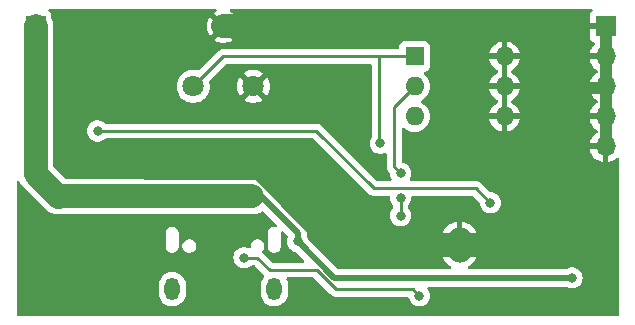
<source format=gbl>
%TF.GenerationSoftware,KiCad,Pcbnew,8.0.4*%
%TF.CreationDate,2025-01-04T18:25:06+00:00*%
%TF.ProjectId,breadboard_usb,62726561-6462-46f6-9172-645f7573622e,rev?*%
%TF.SameCoordinates,Original*%
%TF.FileFunction,Copper,L2,Bot*%
%TF.FilePolarity,Positive*%
%FSLAX46Y46*%
G04 Gerber Fmt 4.6, Leading zero omitted, Abs format (unit mm)*
G04 Created by KiCad (PCBNEW 8.0.4) date 2025-01-04 18:25:06*
%MOMM*%
%LPD*%
G01*
G04 APERTURE LIST*
%TA.AperFunction,ComponentPad*%
%ADD10R,1.600000X1.600000*%
%TD*%
%TA.AperFunction,ComponentPad*%
%ADD11O,1.600000X1.600000*%
%TD*%
%TA.AperFunction,ComponentPad*%
%ADD12O,2.000000X3.000000*%
%TD*%
%TA.AperFunction,ComponentPad*%
%ADD13R,1.700000X1.700000*%
%TD*%
%TA.AperFunction,ComponentPad*%
%ADD14O,1.700000X1.700000*%
%TD*%
%TA.AperFunction,ComponentPad*%
%ADD15C,1.800000*%
%TD*%
%TA.AperFunction,ComponentPad*%
%ADD16O,1.300000X1.900000*%
%TD*%
%TA.AperFunction,ViaPad*%
%ADD17C,0.800000*%
%TD*%
%TA.AperFunction,Conductor*%
%ADD18C,0.250000*%
%TD*%
%TA.AperFunction,Conductor*%
%ADD19C,0.500000*%
%TD*%
%TA.AperFunction,Conductor*%
%ADD20C,2.000000*%
%TD*%
%TA.AperFunction,Conductor*%
%ADD21C,1.000000*%
%TD*%
G04 APERTURE END LIST*
D10*
%TO.P,SW3,1*%
%TO.N,/CFG1_2*%
X84190000Y-54540000D03*
D11*
%TO.P,SW3,2*%
%TO.N,/CFG2_2*%
X84190000Y-57080000D03*
%TO.P,SW3,3*%
%TO.N,/CFG3_2*%
X84190000Y-59620000D03*
%TO.P,SW3,4*%
%TO.N,/GND_2*%
X91810000Y-59620000D03*
%TO.P,SW3,5*%
X91810000Y-57080000D03*
%TO.P,SW3,6*%
X91810000Y-54540000D03*
%TD*%
D12*
%TO.P,U5,0,GND*%
%TO.N,/GND_2*%
X88000000Y-70500000D03*
%TD*%
D13*
%TO.P,J17,1,Pin_1*%
%TO.N,/GND_2*%
X100360000Y-52000000D03*
D14*
%TO.P,J17,2,Pin_2*%
X100360000Y-54540000D03*
%TO.P,J17,3,Pin_3*%
X100360000Y-57080000D03*
%TO.P,J17,4,Pin_4*%
X100360000Y-59620000D03*
%TO.P,J17,5,Pin_5*%
X100360000Y-62160000D03*
%TD*%
D13*
%TO.P,J16,1,Pin_1*%
%TO.N,/VBUS_2*%
X52100000Y-52000000D03*
D14*
%TO.P,J16,2,Pin_2*%
X52100000Y-54540000D03*
%TO.P,J16,3,Pin_3*%
X52100000Y-57080000D03*
%TO.P,J16,4,Pin_4*%
X52100000Y-59620000D03*
%TO.P,J16,5,Pin_5*%
X52100000Y-62160000D03*
%TD*%
D15*
%TO.P,RV1,1,1*%
%TO.N,/CFG1_2*%
X65460000Y-57080000D03*
%TO.P,RV1,2,2*%
%TO.N,/GND_2*%
X68000000Y-52000000D03*
%TO.P,RV1,3,3*%
X70540000Y-57080000D03*
%TD*%
D16*
%TO.P,J18,S1,SHIELD*%
%TO.N,unconnected-(J18-SHIELD-PadS1)_1*%
X63680000Y-74250000D03*
%TO.N,unconnected-(J18-SHIELD-PadS1)*%
X72320000Y-74250000D03*
%TD*%
D17*
%TO.N,/CC2_2*%
X84600000Y-74808872D03*
X69760000Y-71585000D03*
%TO.N,/VBUS_2*%
X54070000Y-66420000D03*
X97520000Y-73290000D03*
X70450000Y-66400000D03*
X74300000Y-70200000D03*
X65550000Y-66400000D03*
%TO.N,/GND_2*%
X61360000Y-69030000D03*
X61540000Y-63990000D03*
X73540000Y-66440000D03*
%TO.N,/CFG1_2*%
X81300000Y-61900000D03*
%TO.N,/CFG2_2*%
X83020000Y-68025000D03*
X83020000Y-66500000D03*
X83020000Y-64440000D03*
%TO.N,/PG_2*%
X90610000Y-66940000D03*
X57360000Y-60860000D03*
%TD*%
D18*
%TO.N,/CC2_2*%
X77560000Y-74260000D02*
X75920000Y-72620000D01*
X84600000Y-74808872D02*
X84051128Y-74260000D01*
X75920000Y-72620000D02*
X71920000Y-72620000D01*
X70885000Y-71585000D02*
X69760000Y-71585000D01*
X84051128Y-74260000D02*
X77560000Y-74260000D01*
X71920000Y-72620000D02*
X70885000Y-71585000D01*
D19*
%TO.N,/VBUS_2*%
X74300000Y-70200000D02*
X74313172Y-70200000D01*
D20*
X54050000Y-66400000D02*
X54070000Y-66420000D01*
D19*
X74300000Y-70200000D02*
X74300000Y-69510000D01*
D20*
X70450000Y-66400000D02*
X65550000Y-66400000D01*
D19*
X77403172Y-73290000D02*
X97520000Y-73290000D01*
D20*
X54090000Y-66400000D02*
X65550000Y-66400000D01*
D19*
X74313172Y-70200000D02*
X77403172Y-73290000D01*
D20*
X52100000Y-62160000D02*
X52100000Y-64480000D01*
D19*
X74300000Y-69510000D02*
X71190000Y-66400000D01*
D20*
X54070000Y-66420000D02*
X54090000Y-66400000D01*
X52100000Y-52000000D02*
X52100000Y-62160000D01*
X52100000Y-64480000D02*
X54040000Y-66420000D01*
X54040000Y-66400000D02*
X54050000Y-66400000D01*
D19*
X71190000Y-66400000D02*
X70450000Y-66400000D01*
D20*
%TO.N,/GND_2*%
X77600000Y-70500000D02*
X75460000Y-68360000D01*
X75460000Y-68298730D02*
X71151270Y-63990000D01*
X88000000Y-70500000D02*
X77600000Y-70500000D01*
X75460000Y-68360000D02*
X73540000Y-66440000D01*
D18*
X91890000Y-57000000D02*
X91810000Y-57080000D01*
X91810000Y-57080000D02*
X94420000Y-57080000D01*
D20*
X91860000Y-70500000D02*
X94500000Y-67860000D01*
D18*
X91810000Y-54540000D02*
X94440000Y-54540000D01*
D20*
X88000000Y-70500000D02*
X91860000Y-70500000D01*
D21*
X100360000Y-52000000D02*
X100360000Y-62160000D01*
D20*
X75460000Y-68360000D02*
X75460000Y-68298730D01*
X94500000Y-67860000D02*
X94500000Y-53500000D01*
X71151270Y-63990000D02*
X61540000Y-63990000D01*
X94500000Y-57200000D02*
X98150000Y-57200000D01*
X98150000Y-57200000D02*
X98160000Y-57190000D01*
D21*
X100250000Y-57190000D02*
X98160000Y-57190000D01*
D20*
X94500000Y-53500000D02*
X93000000Y-52000000D01*
X93000000Y-52000000D02*
X68000000Y-52000000D01*
D18*
X91810000Y-59620000D02*
X94120000Y-59620000D01*
%TO.N,/CFG1_2*%
X81300000Y-61900000D02*
X81210000Y-61810000D01*
X81210000Y-54540000D02*
X84190000Y-54540000D01*
X68000000Y-54540000D02*
X81210000Y-54540000D01*
X65460000Y-57080000D02*
X68000000Y-54540000D01*
X81210000Y-61810000D02*
X81210000Y-54540000D01*
%TO.N,/CFG2_2*%
X82480000Y-63900000D02*
X82480000Y-58790000D01*
X83020000Y-64440000D02*
X82480000Y-63900000D01*
X82480000Y-58790000D02*
X84190000Y-57080000D01*
X83020000Y-68025000D02*
X83020000Y-66500000D01*
%TO.N,/PG_2*%
X89370000Y-65700000D02*
X80720000Y-65700000D01*
X75880000Y-60860000D02*
X57360000Y-60860000D01*
X80720000Y-65700000D02*
X75880000Y-60860000D01*
X90610000Y-66940000D02*
X89370000Y-65700000D01*
%TD*%
%TA.AperFunction,Conductor*%
%TO.N,/GND_2*%
G36*
X92060000Y-59304314D02*
G01*
X92055606Y-59299920D01*
X91964394Y-59247259D01*
X91862661Y-59220000D01*
X91757339Y-59220000D01*
X91655606Y-59247259D01*
X91564394Y-59299920D01*
X91560000Y-59304314D01*
X91560000Y-57395686D01*
X91564394Y-57400080D01*
X91655606Y-57452741D01*
X91757339Y-57480000D01*
X91862661Y-57480000D01*
X91964394Y-57452741D01*
X92055606Y-57400080D01*
X92060000Y-57395686D01*
X92060000Y-59304314D01*
G37*
%TD.AperFunction*%
%TA.AperFunction,Conductor*%
G36*
X92060000Y-56764314D02*
G01*
X92055606Y-56759920D01*
X91964394Y-56707259D01*
X91862661Y-56680000D01*
X91757339Y-56680000D01*
X91655606Y-56707259D01*
X91564394Y-56759920D01*
X91560000Y-56764314D01*
X91560000Y-54855686D01*
X91564394Y-54860080D01*
X91655606Y-54912741D01*
X91757339Y-54940000D01*
X91862661Y-54940000D01*
X91964394Y-54912741D01*
X92055606Y-54860080D01*
X92060000Y-54855686D01*
X92060000Y-56764314D01*
G37*
%TD.AperFunction*%
%TA.AperFunction,Conductor*%
G36*
X67407629Y-50519685D02*
G01*
X67453384Y-50572489D01*
X67463328Y-50641647D01*
X67434303Y-50705203D01*
X67399607Y-50733055D01*
X67231652Y-50823947D01*
X67201200Y-50847647D01*
X67870591Y-51517037D01*
X67807007Y-51534075D01*
X67692993Y-51599901D01*
X67599901Y-51692993D01*
X67534075Y-51807007D01*
X67517037Y-51870591D01*
X66848811Y-51202365D01*
X66764516Y-51331390D01*
X66671317Y-51543864D01*
X66614361Y-51768781D01*
X66595202Y-51999994D01*
X66595202Y-52000005D01*
X66614361Y-52231218D01*
X66671317Y-52456135D01*
X66764515Y-52668606D01*
X66848812Y-52797633D01*
X67517037Y-52129408D01*
X67534075Y-52192993D01*
X67599901Y-52307007D01*
X67692993Y-52400099D01*
X67807007Y-52465925D01*
X67870590Y-52482962D01*
X67201201Y-53152351D01*
X67231649Y-53176050D01*
X67435697Y-53286476D01*
X67435706Y-53286479D01*
X67655139Y-53361811D01*
X67883993Y-53400000D01*
X68116007Y-53400000D01*
X68344860Y-53361811D01*
X68564293Y-53286479D01*
X68564301Y-53286476D01*
X68768355Y-53176047D01*
X68798797Y-53152351D01*
X68798798Y-53152350D01*
X68129410Y-52482962D01*
X68192993Y-52465925D01*
X68307007Y-52400099D01*
X68400099Y-52307007D01*
X68465925Y-52192993D01*
X68482962Y-52129409D01*
X69151186Y-52797633D01*
X69235482Y-52668611D01*
X69328682Y-52456135D01*
X69385638Y-52231218D01*
X69404798Y-52000005D01*
X69404798Y-51999994D01*
X69385638Y-51768781D01*
X69328682Y-51543864D01*
X69235484Y-51331393D01*
X69151186Y-51202365D01*
X68482962Y-51870589D01*
X68465925Y-51807007D01*
X68400099Y-51692993D01*
X68307007Y-51599901D01*
X68192993Y-51534075D01*
X68129409Y-51517037D01*
X68798797Y-50847647D01*
X68798797Y-50847645D01*
X68768360Y-50823955D01*
X68768349Y-50823948D01*
X68600393Y-50733055D01*
X68550802Y-50683835D01*
X68535694Y-50615619D01*
X68559864Y-50550063D01*
X68615640Y-50507982D01*
X68659410Y-50500000D01*
X99171399Y-50500000D01*
X99238438Y-50519685D01*
X99284193Y-50572489D01*
X99294137Y-50641647D01*
X99265112Y-50705203D01*
X99245710Y-50723266D01*
X99152812Y-50792809D01*
X99152809Y-50792812D01*
X99066649Y-50907906D01*
X99066645Y-50907913D01*
X99016403Y-51042620D01*
X99016401Y-51042627D01*
X99010000Y-51102155D01*
X99010000Y-51750000D01*
X99926988Y-51750000D01*
X99894075Y-51807007D01*
X99860000Y-51934174D01*
X99860000Y-52065826D01*
X99894075Y-52192993D01*
X99926988Y-52250000D01*
X99010000Y-52250000D01*
X99010000Y-52897844D01*
X99016401Y-52957372D01*
X99016403Y-52957379D01*
X99066645Y-53092086D01*
X99066649Y-53092093D01*
X99152809Y-53207187D01*
X99152812Y-53207190D01*
X99267906Y-53293350D01*
X99267913Y-53293354D01*
X99399986Y-53342614D01*
X99455920Y-53384485D01*
X99480337Y-53449949D01*
X99465486Y-53518222D01*
X99444335Y-53546477D01*
X99321886Y-53668926D01*
X99186400Y-53862420D01*
X99186399Y-53862422D01*
X99086570Y-54076507D01*
X99086567Y-54076513D01*
X99029364Y-54289999D01*
X99029364Y-54290000D01*
X99926988Y-54290000D01*
X99894075Y-54347007D01*
X99860000Y-54474174D01*
X99860000Y-54605826D01*
X99894075Y-54732993D01*
X99926988Y-54790000D01*
X99029364Y-54790000D01*
X99086567Y-55003486D01*
X99086570Y-55003492D01*
X99186399Y-55217578D01*
X99321894Y-55411082D01*
X99488917Y-55578105D01*
X99675031Y-55708425D01*
X99718656Y-55763003D01*
X99725848Y-55832501D01*
X99694326Y-55894856D01*
X99675031Y-55911575D01*
X99488922Y-56041890D01*
X99488920Y-56041891D01*
X99321891Y-56208920D01*
X99321886Y-56208926D01*
X99186400Y-56402420D01*
X99186399Y-56402422D01*
X99086570Y-56616507D01*
X99086567Y-56616513D01*
X99029364Y-56829999D01*
X99029364Y-56830000D01*
X99926988Y-56830000D01*
X99894075Y-56887007D01*
X99860000Y-57014174D01*
X99860000Y-57145826D01*
X99894075Y-57272993D01*
X99926988Y-57330000D01*
X99029364Y-57330000D01*
X99086567Y-57543486D01*
X99086570Y-57543492D01*
X99186399Y-57757578D01*
X99321894Y-57951082D01*
X99488917Y-58118105D01*
X99675031Y-58248425D01*
X99718656Y-58303003D01*
X99725848Y-58372501D01*
X99694326Y-58434856D01*
X99675031Y-58451575D01*
X99488922Y-58581890D01*
X99488920Y-58581891D01*
X99321891Y-58748920D01*
X99321886Y-58748926D01*
X99186400Y-58942420D01*
X99186399Y-58942422D01*
X99086570Y-59156507D01*
X99086567Y-59156513D01*
X99029364Y-59369999D01*
X99029364Y-59370000D01*
X99926988Y-59370000D01*
X99894075Y-59427007D01*
X99860000Y-59554174D01*
X99860000Y-59685826D01*
X99894075Y-59812993D01*
X99926988Y-59870000D01*
X99029364Y-59870000D01*
X99086567Y-60083486D01*
X99086570Y-60083492D01*
X99186399Y-60297578D01*
X99321894Y-60491082D01*
X99488917Y-60658105D01*
X99675031Y-60788425D01*
X99718656Y-60843003D01*
X99725848Y-60912501D01*
X99694326Y-60974856D01*
X99675031Y-60991575D01*
X99488922Y-61121890D01*
X99488920Y-61121891D01*
X99321891Y-61288920D01*
X99321886Y-61288926D01*
X99186400Y-61482420D01*
X99186399Y-61482422D01*
X99086570Y-61696507D01*
X99086567Y-61696513D01*
X99029364Y-61909999D01*
X99029364Y-61910000D01*
X99926988Y-61910000D01*
X99894075Y-61967007D01*
X99860000Y-62094174D01*
X99860000Y-62225826D01*
X99894075Y-62352993D01*
X99926988Y-62410000D01*
X99029364Y-62410000D01*
X99086567Y-62623486D01*
X99086570Y-62623492D01*
X99186399Y-62837578D01*
X99321894Y-63031082D01*
X99488917Y-63198105D01*
X99682421Y-63333600D01*
X99896507Y-63433429D01*
X99896516Y-63433433D01*
X100110000Y-63490634D01*
X100110000Y-62593012D01*
X100167007Y-62625925D01*
X100294174Y-62660000D01*
X100425826Y-62660000D01*
X100552993Y-62625925D01*
X100610000Y-62593012D01*
X100610000Y-63490633D01*
X100823483Y-63433433D01*
X100823492Y-63433429D01*
X101037578Y-63333600D01*
X101231082Y-63198105D01*
X101288319Y-63140869D01*
X101349642Y-63107384D01*
X101419334Y-63112368D01*
X101475267Y-63154240D01*
X101499684Y-63219704D01*
X101500000Y-63228550D01*
X101500000Y-76376000D01*
X101480315Y-76443039D01*
X101427511Y-76488794D01*
X101376000Y-76500000D01*
X50624000Y-76500000D01*
X50556961Y-76480315D01*
X50511206Y-76427511D01*
X50500000Y-76376000D01*
X50500000Y-73859448D01*
X62529500Y-73859448D01*
X62529500Y-74640551D01*
X62557829Y-74819410D01*
X62613787Y-74991636D01*
X62613788Y-74991639D01*
X62696006Y-75152997D01*
X62802441Y-75299494D01*
X62802445Y-75299499D01*
X62930500Y-75427554D01*
X62930505Y-75427558D01*
X63005109Y-75481760D01*
X63077006Y-75533996D01*
X63182484Y-75587740D01*
X63238360Y-75616211D01*
X63238363Y-75616212D01*
X63324476Y-75644191D01*
X63410591Y-75672171D01*
X63493429Y-75685291D01*
X63589449Y-75700500D01*
X63589454Y-75700500D01*
X63770551Y-75700500D01*
X63857259Y-75686765D01*
X63949409Y-75672171D01*
X64121639Y-75616211D01*
X64282994Y-75533996D01*
X64429501Y-75427553D01*
X64557553Y-75299501D01*
X64663996Y-75152994D01*
X64746211Y-74991639D01*
X64802171Y-74819409D01*
X64816765Y-74727259D01*
X64830500Y-74640551D01*
X64830500Y-73859448D01*
X64814019Y-73755397D01*
X64802171Y-73680591D01*
X64746211Y-73508361D01*
X64746211Y-73508360D01*
X64669152Y-73357126D01*
X64663996Y-73347006D01*
X64650396Y-73328287D01*
X64557558Y-73200505D01*
X64557554Y-73200500D01*
X64429499Y-73072445D01*
X64429494Y-73072441D01*
X64282997Y-72966006D01*
X64282996Y-72966005D01*
X64282994Y-72966004D01*
X64231300Y-72939664D01*
X64121639Y-72883788D01*
X64121636Y-72883787D01*
X63949410Y-72827829D01*
X63770551Y-72799500D01*
X63770546Y-72799500D01*
X63589454Y-72799500D01*
X63589449Y-72799500D01*
X63410589Y-72827829D01*
X63238363Y-72883787D01*
X63238360Y-72883788D01*
X63077002Y-72966006D01*
X62930505Y-73072441D01*
X62930500Y-73072445D01*
X62802445Y-73200500D01*
X62802441Y-73200505D01*
X62696006Y-73347002D01*
X62613788Y-73508360D01*
X62613787Y-73508363D01*
X62557829Y-73680589D01*
X62529500Y-73859448D01*
X50500000Y-73859448D01*
X50500000Y-69447525D01*
X63129500Y-69447525D01*
X63129500Y-70692475D01*
X63158539Y-70800848D01*
X63167017Y-70832488D01*
X63239488Y-70958011D01*
X63239490Y-70958013D01*
X63239491Y-70958015D01*
X63341985Y-71060509D01*
X63341986Y-71060510D01*
X63341988Y-71060511D01*
X63467511Y-71132982D01*
X63467512Y-71132982D01*
X63467515Y-71132984D01*
X63607525Y-71170500D01*
X63607528Y-71170500D01*
X63752472Y-71170500D01*
X63752475Y-71170500D01*
X63892485Y-71132984D01*
X64018015Y-71060509D01*
X64120509Y-70958015D01*
X64192984Y-70832485D01*
X64230500Y-70692475D01*
X64230500Y-70524234D01*
X64534500Y-70524234D01*
X64534500Y-70675766D01*
X64538977Y-70692475D01*
X64573719Y-70822136D01*
X64579696Y-70832488D01*
X64649485Y-70953365D01*
X64756635Y-71060515D01*
X64887865Y-71136281D01*
X65034234Y-71175500D01*
X65034236Y-71175500D01*
X65185764Y-71175500D01*
X65185766Y-71175500D01*
X65332135Y-71136281D01*
X65463365Y-71060515D01*
X65570515Y-70953365D01*
X65646281Y-70822135D01*
X65685500Y-70675766D01*
X65685500Y-70524234D01*
X65646281Y-70377865D01*
X65570515Y-70246635D01*
X65463365Y-70139485D01*
X65397750Y-70101602D01*
X65332136Y-70063719D01*
X65213346Y-70031890D01*
X65185766Y-70024500D01*
X65034234Y-70024500D01*
X64887863Y-70063719D01*
X64756635Y-70139485D01*
X64756632Y-70139487D01*
X64649487Y-70246632D01*
X64649485Y-70246635D01*
X64573719Y-70377863D01*
X64534500Y-70524234D01*
X64230500Y-70524234D01*
X64230500Y-69447525D01*
X64192984Y-69307515D01*
X64183499Y-69291087D01*
X64120511Y-69181988D01*
X64120506Y-69181982D01*
X64018017Y-69079493D01*
X64018011Y-69079488D01*
X63892488Y-69007017D01*
X63892489Y-69007017D01*
X63881006Y-69003940D01*
X63752475Y-68969500D01*
X63607525Y-68969500D01*
X63478993Y-69003940D01*
X63467511Y-69007017D01*
X63341988Y-69079488D01*
X63341982Y-69079493D01*
X63239493Y-69181982D01*
X63239488Y-69181988D01*
X63167017Y-69307511D01*
X63167016Y-69307515D01*
X63129500Y-69447525D01*
X50500000Y-69447525D01*
X50500000Y-65161456D01*
X50519685Y-65094417D01*
X50572489Y-65048662D01*
X50641647Y-65038718D01*
X50705203Y-65067743D01*
X50734484Y-65105160D01*
X50816657Y-65266434D01*
X50955483Y-65457510D01*
X53062490Y-67564517D01*
X53253566Y-67703343D01*
X53464008Y-67810568D01*
X53464010Y-67810569D01*
X53544570Y-67836744D01*
X53688631Y-67883552D01*
X53795638Y-67900500D01*
X53921903Y-67920499D01*
X53921908Y-67920499D01*
X53946773Y-67920499D01*
X53946797Y-67920500D01*
X53951908Y-67920500D01*
X54188096Y-67920500D01*
X54284736Y-67905193D01*
X54304727Y-67902026D01*
X54324125Y-67900500D01*
X70568097Y-67900500D01*
X70801368Y-67863553D01*
X71025992Y-67790568D01*
X71236433Y-67683343D01*
X71252427Y-67671722D01*
X71318232Y-67648243D01*
X71386286Y-67664068D01*
X71412992Y-67684360D01*
X72338529Y-68609897D01*
X72486452Y-68757819D01*
X72519937Y-68819142D01*
X72514953Y-68888834D01*
X72473081Y-68944767D01*
X72407617Y-68969184D01*
X72398771Y-68969500D01*
X72392475Y-68969500D01*
X72247525Y-68969500D01*
X72118993Y-69003940D01*
X72107511Y-69007017D01*
X71981988Y-69079488D01*
X71981982Y-69079493D01*
X71879493Y-69181982D01*
X71879488Y-69181988D01*
X71807017Y-69307511D01*
X71807016Y-69307515D01*
X71769500Y-69447525D01*
X71769500Y-70692475D01*
X71798539Y-70800848D01*
X71807017Y-70832488D01*
X71879488Y-70958011D01*
X71879490Y-70958013D01*
X71879491Y-70958015D01*
X71981985Y-71060509D01*
X71981986Y-71060510D01*
X71981988Y-71060511D01*
X72107511Y-71132982D01*
X72107512Y-71132982D01*
X72107515Y-71132984D01*
X72247525Y-71170500D01*
X72247528Y-71170500D01*
X72392472Y-71170500D01*
X72392475Y-71170500D01*
X72532485Y-71132984D01*
X72658015Y-71060509D01*
X72760509Y-70958015D01*
X72832984Y-70832485D01*
X72870500Y-70692475D01*
X72870500Y-69447525D01*
X72870500Y-69441229D01*
X72890185Y-69374190D01*
X72942989Y-69328435D01*
X73012147Y-69318491D01*
X73075703Y-69347516D01*
X73082181Y-69353548D01*
X73440554Y-69711921D01*
X73474039Y-69773244D01*
X73470804Y-69837920D01*
X73414327Y-70011740D01*
X73414326Y-70011744D01*
X73394540Y-70200000D01*
X73414326Y-70388256D01*
X73414327Y-70388259D01*
X73472818Y-70568277D01*
X73472821Y-70568284D01*
X73567467Y-70732216D01*
X73648431Y-70822135D01*
X73694129Y-70872888D01*
X73847265Y-70984148D01*
X73847270Y-70984151D01*
X74020191Y-71061142D01*
X74020195Y-71061143D01*
X74020197Y-71061144D01*
X74102055Y-71078543D01*
X74163537Y-71111735D01*
X74163956Y-71112152D01*
X74834623Y-71782819D01*
X74868108Y-71844142D01*
X74863124Y-71913834D01*
X74821252Y-71969767D01*
X74755788Y-71994184D01*
X74746942Y-71994500D01*
X72230452Y-71994500D01*
X72163413Y-71974815D01*
X72142771Y-71958181D01*
X71375198Y-71190608D01*
X71375178Y-71190586D01*
X71331917Y-71147325D01*
X71298432Y-71086002D01*
X71303416Y-71016310D01*
X71331917Y-70971963D01*
X71350515Y-70953365D01*
X71426281Y-70822135D01*
X71465500Y-70675766D01*
X71465500Y-70524234D01*
X71426281Y-70377865D01*
X71350515Y-70246635D01*
X71243365Y-70139485D01*
X71177750Y-70101602D01*
X71112136Y-70063719D01*
X70993346Y-70031890D01*
X70965766Y-70024500D01*
X70814234Y-70024500D01*
X70667863Y-70063719D01*
X70536635Y-70139485D01*
X70536632Y-70139487D01*
X70429487Y-70246632D01*
X70429485Y-70246635D01*
X70353719Y-70377863D01*
X70314500Y-70524234D01*
X70314500Y-70655216D01*
X70294815Y-70722255D01*
X70242011Y-70768010D01*
X70172853Y-70777954D01*
X70140064Y-70768495D01*
X70039807Y-70723857D01*
X70039802Y-70723855D01*
X69892152Y-70692472D01*
X69854646Y-70684500D01*
X69665354Y-70684500D01*
X69632897Y-70691398D01*
X69480197Y-70723855D01*
X69480192Y-70723857D01*
X69307270Y-70800848D01*
X69307265Y-70800851D01*
X69154129Y-70912111D01*
X69027466Y-71052785D01*
X68932821Y-71216715D01*
X68932818Y-71216722D01*
X68874327Y-71396740D01*
X68874326Y-71396744D01*
X68854540Y-71585000D01*
X68874326Y-71773256D01*
X68874327Y-71773259D01*
X68932818Y-71953277D01*
X68932821Y-71953284D01*
X69027467Y-72117216D01*
X69129185Y-72230185D01*
X69154129Y-72257888D01*
X69307265Y-72369148D01*
X69307270Y-72369151D01*
X69480192Y-72446142D01*
X69480197Y-72446144D01*
X69665354Y-72485500D01*
X69665355Y-72485500D01*
X69854644Y-72485500D01*
X69854646Y-72485500D01*
X70039803Y-72446144D01*
X70212730Y-72369151D01*
X70365871Y-72257888D01*
X70368788Y-72254647D01*
X70371600Y-72251526D01*
X70431087Y-72214879D01*
X70463748Y-72210500D01*
X70574548Y-72210500D01*
X70641587Y-72230185D01*
X70662229Y-72246819D01*
X71431016Y-73015606D01*
X71431045Y-73015637D01*
X71441495Y-73026087D01*
X71474980Y-73087410D01*
X71469996Y-73157102D01*
X71444888Y-73196178D01*
X71445610Y-73196795D01*
X71442443Y-73200502D01*
X71336006Y-73347002D01*
X71253788Y-73508360D01*
X71253787Y-73508363D01*
X71197829Y-73680589D01*
X71169500Y-73859448D01*
X71169500Y-74640551D01*
X71197829Y-74819410D01*
X71253787Y-74991636D01*
X71253788Y-74991639D01*
X71336006Y-75152997D01*
X71442441Y-75299494D01*
X71442445Y-75299499D01*
X71570500Y-75427554D01*
X71570505Y-75427558D01*
X71645109Y-75481760D01*
X71717006Y-75533996D01*
X71822484Y-75587740D01*
X71878360Y-75616211D01*
X71878363Y-75616212D01*
X71964476Y-75644191D01*
X72050591Y-75672171D01*
X72133429Y-75685291D01*
X72229449Y-75700500D01*
X72229454Y-75700500D01*
X72410551Y-75700500D01*
X72497259Y-75686765D01*
X72589409Y-75672171D01*
X72761639Y-75616211D01*
X72922994Y-75533996D01*
X73069501Y-75427553D01*
X73197553Y-75299501D01*
X73303996Y-75152994D01*
X73386211Y-74991639D01*
X73442171Y-74819409D01*
X73456765Y-74727259D01*
X73470500Y-74640551D01*
X73470500Y-73859448D01*
X73454019Y-73755397D01*
X73442171Y-73680591D01*
X73386211Y-73508361D01*
X73386206Y-73508350D01*
X73344142Y-73425795D01*
X73331245Y-73357126D01*
X73357521Y-73292386D01*
X73414627Y-73252128D01*
X73454626Y-73245500D01*
X75609548Y-73245500D01*
X75676587Y-73265185D01*
X75697229Y-73281819D01*
X77071016Y-74655606D01*
X77071045Y-74655637D01*
X77161263Y-74745855D01*
X77161267Y-74745858D01*
X77263707Y-74814307D01*
X77263716Y-74814312D01*
X77276024Y-74819410D01*
X77377548Y-74861463D01*
X77422876Y-74870479D01*
X77498391Y-74885499D01*
X77498392Y-74885500D01*
X77498393Y-74885500D01*
X77498394Y-74885500D01*
X83590943Y-74885500D01*
X83657982Y-74905185D01*
X83703737Y-74957989D01*
X83712702Y-74990823D01*
X83712973Y-74990766D01*
X83713979Y-74995499D01*
X83714264Y-74996542D01*
X83714325Y-74997126D01*
X83772818Y-75177149D01*
X83772821Y-75177156D01*
X83867467Y-75341088D01*
X83945321Y-75427553D01*
X83994129Y-75481760D01*
X84147265Y-75593020D01*
X84147270Y-75593023D01*
X84320192Y-75670014D01*
X84320197Y-75670016D01*
X84505354Y-75709372D01*
X84505355Y-75709372D01*
X84694644Y-75709372D01*
X84694646Y-75709372D01*
X84879803Y-75670016D01*
X85052730Y-75593023D01*
X85205871Y-75481760D01*
X85332533Y-75341088D01*
X85427179Y-75177156D01*
X85485674Y-74997128D01*
X85505460Y-74808872D01*
X85485674Y-74620616D01*
X85427179Y-74440588D01*
X85332533Y-74276656D01*
X85306255Y-74247471D01*
X85276026Y-74184482D01*
X85284650Y-74115146D01*
X85329391Y-74061480D01*
X85396043Y-74040522D01*
X85398405Y-74040500D01*
X96980663Y-74040500D01*
X97047702Y-74060185D01*
X97053548Y-74064182D01*
X97067265Y-74074148D01*
X97067270Y-74074151D01*
X97240192Y-74151142D01*
X97240197Y-74151144D01*
X97425354Y-74190500D01*
X97425355Y-74190500D01*
X97614644Y-74190500D01*
X97614646Y-74190500D01*
X97799803Y-74151144D01*
X97972730Y-74074151D01*
X98125871Y-73962888D01*
X98252533Y-73822216D01*
X98347179Y-73658284D01*
X98405674Y-73478256D01*
X98425460Y-73290000D01*
X98405674Y-73101744D01*
X98347179Y-72921716D01*
X98252533Y-72757784D01*
X98125871Y-72617112D01*
X98125870Y-72617111D01*
X97972734Y-72505851D01*
X97972729Y-72505848D01*
X97799807Y-72428857D01*
X97799802Y-72428855D01*
X97653944Y-72397853D01*
X97614646Y-72389500D01*
X97425354Y-72389500D01*
X97392897Y-72396398D01*
X97240197Y-72428855D01*
X97240192Y-72428857D01*
X97067270Y-72505848D01*
X97067265Y-72505851D01*
X97053548Y-72515818D01*
X96987742Y-72539298D01*
X96980663Y-72539500D01*
X88799092Y-72539500D01*
X88732053Y-72519815D01*
X88686298Y-72467011D01*
X88676354Y-72397853D01*
X88705379Y-72334297D01*
X88742797Y-72305015D01*
X88786171Y-72282914D01*
X88977186Y-72144133D01*
X89144133Y-71977186D01*
X89282914Y-71786171D01*
X89390102Y-71575802D01*
X89463065Y-71351247D01*
X89500000Y-71118052D01*
X89500000Y-70750000D01*
X88500000Y-70750000D01*
X88500000Y-70250000D01*
X89500000Y-70250000D01*
X89500000Y-69881947D01*
X89463065Y-69648752D01*
X89390102Y-69424197D01*
X89282914Y-69213828D01*
X89144133Y-69022813D01*
X88977186Y-68855866D01*
X88786171Y-68717085D01*
X88575802Y-68609897D01*
X88351247Y-68536934D01*
X88250000Y-68520897D01*
X88250000Y-69566988D01*
X88192993Y-69534075D01*
X88065826Y-69500000D01*
X87934174Y-69500000D01*
X87807007Y-69534075D01*
X87750000Y-69566988D01*
X87750000Y-68520897D01*
X87648752Y-68536934D01*
X87424197Y-68609897D01*
X87213828Y-68717085D01*
X87022813Y-68855866D01*
X86855866Y-69022813D01*
X86717085Y-69213828D01*
X86609897Y-69424197D01*
X86536934Y-69648752D01*
X86500000Y-69881947D01*
X86500000Y-70250000D01*
X87500000Y-70250000D01*
X87500000Y-70750000D01*
X86500000Y-70750000D01*
X86500000Y-71118052D01*
X86536934Y-71351247D01*
X86609897Y-71575802D01*
X86717085Y-71786171D01*
X86855866Y-71977186D01*
X87022813Y-72144133D01*
X87213828Y-72282914D01*
X87257203Y-72305015D01*
X87307999Y-72352990D01*
X87324794Y-72420811D01*
X87302257Y-72486945D01*
X87247542Y-72530397D01*
X87200908Y-72539500D01*
X77765402Y-72539500D01*
X77698363Y-72519815D01*
X77677721Y-72503181D01*
X75206430Y-70031890D01*
X75176181Y-69982528D01*
X75127179Y-69831716D01*
X75127178Y-69831714D01*
X75067113Y-69727677D01*
X75050500Y-69665677D01*
X75050500Y-69436079D01*
X75021659Y-69291092D01*
X75021658Y-69291091D01*
X75021658Y-69291087D01*
X75021656Y-69291082D01*
X74965087Y-69154511D01*
X74965080Y-69154498D01*
X74882952Y-69031585D01*
X74858383Y-69007016D01*
X74778416Y-68927049D01*
X71941127Y-66089759D01*
X71910877Y-66040396D01*
X71898785Y-66003181D01*
X71840568Y-65824008D01*
X71733343Y-65613567D01*
X71594517Y-65422490D01*
X71427510Y-65255483D01*
X71236433Y-65116657D01*
X71213871Y-65105161D01*
X71025996Y-65009433D01*
X70801368Y-64936446D01*
X70568097Y-64899500D01*
X70568092Y-64899500D01*
X65668092Y-64899500D01*
X54692889Y-64899500D01*
X54625850Y-64879815D01*
X54605208Y-64863181D01*
X53636819Y-63894792D01*
X53603334Y-63833469D01*
X53600500Y-63807111D01*
X53600500Y-60860000D01*
X56454540Y-60860000D01*
X56474326Y-61048256D01*
X56474327Y-61048259D01*
X56532818Y-61228277D01*
X56532821Y-61228284D01*
X56627467Y-61392216D01*
X56729185Y-61505185D01*
X56754129Y-61532888D01*
X56907265Y-61644148D01*
X56907270Y-61644151D01*
X57080192Y-61721142D01*
X57080197Y-61721144D01*
X57265354Y-61760500D01*
X57265355Y-61760500D01*
X57454644Y-61760500D01*
X57454646Y-61760500D01*
X57639803Y-61721144D01*
X57812730Y-61644151D01*
X57965871Y-61532888D01*
X57968788Y-61529647D01*
X57971600Y-61526526D01*
X58031087Y-61489879D01*
X58063748Y-61485500D01*
X75569548Y-61485500D01*
X75636587Y-61505185D01*
X75657229Y-61521819D01*
X80321263Y-66185855D01*
X80321267Y-66185858D01*
X80423708Y-66254308D01*
X80423715Y-66254312D01*
X80486239Y-66280210D01*
X80537548Y-66301463D01*
X80557597Y-66305451D01*
X80591196Y-66312134D01*
X80658392Y-66325501D01*
X80658394Y-66325501D01*
X80787721Y-66325501D01*
X80787741Y-66325500D01*
X81995165Y-66325500D01*
X82062204Y-66345185D01*
X82107959Y-66397989D01*
X82118485Y-66462459D01*
X82114540Y-66500000D01*
X82134326Y-66688256D01*
X82134327Y-66688259D01*
X82192818Y-66868277D01*
X82192821Y-66868284D01*
X82287467Y-67032216D01*
X82330772Y-67080310D01*
X82362650Y-67115715D01*
X82392880Y-67178706D01*
X82394500Y-67198687D01*
X82394500Y-67326312D01*
X82374815Y-67393351D01*
X82362650Y-67409284D01*
X82287466Y-67492784D01*
X82192821Y-67656715D01*
X82192818Y-67656722D01*
X82134327Y-67836740D01*
X82134326Y-67836744D01*
X82114540Y-68025000D01*
X82134326Y-68213256D01*
X82134327Y-68213259D01*
X82192818Y-68393277D01*
X82192821Y-68393284D01*
X82287467Y-68557216D01*
X82414129Y-68697888D01*
X82567265Y-68809148D01*
X82567270Y-68809151D01*
X82740192Y-68886142D01*
X82740197Y-68886144D01*
X82925354Y-68925500D01*
X82925355Y-68925500D01*
X83114644Y-68925500D01*
X83114646Y-68925500D01*
X83299803Y-68886144D01*
X83472730Y-68809151D01*
X83625871Y-68697888D01*
X83752533Y-68557216D01*
X83847179Y-68393284D01*
X83905674Y-68213256D01*
X83925460Y-68025000D01*
X83905674Y-67836744D01*
X83847179Y-67656716D01*
X83752533Y-67492784D01*
X83677350Y-67409284D01*
X83647120Y-67346292D01*
X83645500Y-67326312D01*
X83645500Y-67198687D01*
X83665185Y-67131648D01*
X83677350Y-67115715D01*
X83695891Y-67095122D01*
X83752533Y-67032216D01*
X83847179Y-66868284D01*
X83905674Y-66688256D01*
X83925460Y-66500000D01*
X83921514Y-66462459D01*
X83934083Y-66393732D01*
X83981815Y-66342708D01*
X84044835Y-66325500D01*
X89059548Y-66325500D01*
X89126587Y-66345185D01*
X89147229Y-66361819D01*
X89671038Y-66885628D01*
X89704523Y-66946951D01*
X89706678Y-66960347D01*
X89714139Y-67031338D01*
X89724326Y-67128256D01*
X89724327Y-67128259D01*
X89782818Y-67308277D01*
X89782821Y-67308284D01*
X89877467Y-67472216D01*
X90001054Y-67609473D01*
X90004129Y-67612888D01*
X90157265Y-67724148D01*
X90157270Y-67724151D01*
X90330192Y-67801142D01*
X90330197Y-67801144D01*
X90515354Y-67840500D01*
X90515355Y-67840500D01*
X90704644Y-67840500D01*
X90704646Y-67840500D01*
X90889803Y-67801144D01*
X91062730Y-67724151D01*
X91215871Y-67612888D01*
X91342533Y-67472216D01*
X91437179Y-67308284D01*
X91495674Y-67128256D01*
X91515460Y-66940000D01*
X91495674Y-66751744D01*
X91437179Y-66571716D01*
X91342533Y-66407784D01*
X91215871Y-66267112D01*
X91215870Y-66267111D01*
X91062734Y-66155851D01*
X91062729Y-66155848D01*
X90889807Y-66078857D01*
X90889802Y-66078855D01*
X90744001Y-66047865D01*
X90704646Y-66039500D01*
X90704645Y-66039500D01*
X90645452Y-66039500D01*
X90578413Y-66019815D01*
X90557771Y-66003181D01*
X89860198Y-65305608D01*
X89860178Y-65305586D01*
X89768733Y-65214141D01*
X89717509Y-65179915D01*
X89666287Y-65145689D01*
X89666286Y-65145688D01*
X89666283Y-65145686D01*
X89666280Y-65145685D01*
X89585792Y-65112347D01*
X89552453Y-65098537D01*
X89542427Y-65096543D01*
X89492029Y-65086518D01*
X89431610Y-65074500D01*
X89431607Y-65074500D01*
X89431606Y-65074500D01*
X83908253Y-65074500D01*
X83841214Y-65054815D01*
X83795459Y-65002011D01*
X83785515Y-64932853D01*
X83800866Y-64888500D01*
X83847179Y-64808284D01*
X83905674Y-64628256D01*
X83925460Y-64440000D01*
X83905674Y-64251744D01*
X83847179Y-64071716D01*
X83752533Y-63907784D01*
X83625871Y-63767112D01*
X83625870Y-63767111D01*
X83472734Y-63655851D01*
X83472729Y-63655848D01*
X83299807Y-63578857D01*
X83299803Y-63578856D01*
X83203718Y-63558432D01*
X83142237Y-63525239D01*
X83108461Y-63464076D01*
X83105500Y-63437142D01*
X83105500Y-60674049D01*
X83125185Y-60607010D01*
X83177989Y-60561255D01*
X83247147Y-60551311D01*
X83310703Y-60580336D01*
X83317181Y-60586368D01*
X83350858Y-60620045D01*
X83350861Y-60620047D01*
X83537266Y-60750568D01*
X83743504Y-60846739D01*
X83963308Y-60905635D01*
X84125230Y-60919801D01*
X84189998Y-60925468D01*
X84190000Y-60925468D01*
X84190002Y-60925468D01*
X84246673Y-60920509D01*
X84416692Y-60905635D01*
X84636496Y-60846739D01*
X84842734Y-60750568D01*
X85029139Y-60620047D01*
X85190047Y-60459139D01*
X85320568Y-60272734D01*
X85416739Y-60066496D01*
X85475635Y-59846692D01*
X85495468Y-59620000D01*
X85475635Y-59393308D01*
X85416739Y-59173504D01*
X85320568Y-58967266D01*
X85190047Y-58780861D01*
X85190045Y-58780858D01*
X85029141Y-58619954D01*
X84842734Y-58489432D01*
X84842728Y-58489429D01*
X84784725Y-58462382D01*
X84732285Y-58416210D01*
X84713133Y-58349017D01*
X84733348Y-58282135D01*
X84784725Y-58237618D01*
X84842734Y-58210568D01*
X85029139Y-58080047D01*
X85190047Y-57919139D01*
X85320568Y-57732734D01*
X85416739Y-57526496D01*
X85475635Y-57306692D01*
X85492634Y-57112384D01*
X85495468Y-57080001D01*
X85495468Y-57079998D01*
X85475635Y-56853313D01*
X85475635Y-56853308D01*
X85416739Y-56633504D01*
X85320568Y-56427266D01*
X85190047Y-56240861D01*
X85190045Y-56240858D01*
X85029143Y-56079956D01*
X85004536Y-56062726D01*
X84960912Y-56008149D01*
X84953719Y-55938650D01*
X84985241Y-55876296D01*
X85045471Y-55840882D01*
X85062404Y-55837861D01*
X85097483Y-55834091D01*
X85232331Y-55783796D01*
X85347546Y-55697546D01*
X85433796Y-55582331D01*
X85484091Y-55447483D01*
X85490500Y-55387873D01*
X85490499Y-54289999D01*
X90531127Y-54289999D01*
X90531128Y-54290000D01*
X91494314Y-54290000D01*
X91489920Y-54294394D01*
X91437259Y-54385606D01*
X91410000Y-54487339D01*
X91410000Y-54592661D01*
X91437259Y-54694394D01*
X91489920Y-54785606D01*
X91494314Y-54790000D01*
X90531128Y-54790000D01*
X90583730Y-54986317D01*
X90583734Y-54986326D01*
X90679865Y-55192482D01*
X90810342Y-55378820D01*
X90971179Y-55539657D01*
X91157517Y-55670134D01*
X91216457Y-55697618D01*
X91268896Y-55743790D01*
X91288048Y-55810984D01*
X91267832Y-55877865D01*
X91216457Y-55922382D01*
X91157517Y-55949865D01*
X90971179Y-56080342D01*
X90810342Y-56241179D01*
X90679865Y-56427517D01*
X90583734Y-56633673D01*
X90583730Y-56633682D01*
X90531127Y-56829999D01*
X90531128Y-56830000D01*
X91494314Y-56830000D01*
X91489920Y-56834394D01*
X91437259Y-56925606D01*
X91410000Y-57027339D01*
X91410000Y-57132661D01*
X91437259Y-57234394D01*
X91489920Y-57325606D01*
X91494314Y-57330000D01*
X90531128Y-57330000D01*
X90583730Y-57526317D01*
X90583734Y-57526326D01*
X90679865Y-57732482D01*
X90810342Y-57918820D01*
X90971179Y-58079657D01*
X91157517Y-58210134D01*
X91216457Y-58237618D01*
X91268896Y-58283790D01*
X91288048Y-58350984D01*
X91267832Y-58417865D01*
X91216457Y-58462382D01*
X91157517Y-58489865D01*
X90971179Y-58620342D01*
X90810342Y-58781179D01*
X90679865Y-58967517D01*
X90583734Y-59173673D01*
X90583730Y-59173682D01*
X90531127Y-59369999D01*
X90531128Y-59370000D01*
X91494314Y-59370000D01*
X91489920Y-59374394D01*
X91437259Y-59465606D01*
X91410000Y-59567339D01*
X91410000Y-59672661D01*
X91437259Y-59774394D01*
X91489920Y-59865606D01*
X91494314Y-59870000D01*
X90531128Y-59870000D01*
X90583730Y-60066317D01*
X90583734Y-60066326D01*
X90679865Y-60272482D01*
X90810342Y-60458820D01*
X90971179Y-60619657D01*
X91157517Y-60750134D01*
X91363673Y-60846265D01*
X91363682Y-60846269D01*
X91559999Y-60898872D01*
X91560000Y-60898871D01*
X91560000Y-59935686D01*
X91564394Y-59940080D01*
X91655606Y-59992741D01*
X91757339Y-60020000D01*
X91862661Y-60020000D01*
X91964394Y-59992741D01*
X92055606Y-59940080D01*
X92060000Y-59935686D01*
X92060000Y-60898872D01*
X92256317Y-60846269D01*
X92256326Y-60846265D01*
X92462482Y-60750134D01*
X92648820Y-60619657D01*
X92809657Y-60458820D01*
X92940134Y-60272482D01*
X93036265Y-60066326D01*
X93036269Y-60066317D01*
X93088872Y-59870000D01*
X92125686Y-59870000D01*
X92130080Y-59865606D01*
X92182741Y-59774394D01*
X92210000Y-59672661D01*
X92210000Y-59567339D01*
X92182741Y-59465606D01*
X92130080Y-59374394D01*
X92125686Y-59370000D01*
X93088872Y-59370000D01*
X93088872Y-59369999D01*
X93036269Y-59173682D01*
X93036265Y-59173673D01*
X92940134Y-58967517D01*
X92809657Y-58781179D01*
X92648820Y-58620342D01*
X92462481Y-58489865D01*
X92462479Y-58489864D01*
X92403543Y-58462382D01*
X92351103Y-58416210D01*
X92331951Y-58349017D01*
X92352166Y-58282136D01*
X92403543Y-58237618D01*
X92462479Y-58210135D01*
X92462481Y-58210134D01*
X92648820Y-58079657D01*
X92809657Y-57918820D01*
X92940134Y-57732482D01*
X93036265Y-57526326D01*
X93036269Y-57526317D01*
X93088872Y-57330000D01*
X92125686Y-57330000D01*
X92130080Y-57325606D01*
X92182741Y-57234394D01*
X92210000Y-57132661D01*
X92210000Y-57027339D01*
X92182741Y-56925606D01*
X92130080Y-56834394D01*
X92125686Y-56830000D01*
X93088872Y-56830000D01*
X93088872Y-56829999D01*
X93036269Y-56633682D01*
X93036265Y-56633673D01*
X92940134Y-56427517D01*
X92809657Y-56241179D01*
X92648820Y-56080342D01*
X92462481Y-55949865D01*
X92462479Y-55949864D01*
X92403543Y-55922382D01*
X92351103Y-55876210D01*
X92331951Y-55809017D01*
X92352166Y-55742136D01*
X92403543Y-55697618D01*
X92462479Y-55670135D01*
X92462481Y-55670134D01*
X92648820Y-55539657D01*
X92809657Y-55378820D01*
X92940134Y-55192482D01*
X93036265Y-54986326D01*
X93036269Y-54986317D01*
X93088872Y-54790000D01*
X92125686Y-54790000D01*
X92130080Y-54785606D01*
X92182741Y-54694394D01*
X92210000Y-54592661D01*
X92210000Y-54487339D01*
X92182741Y-54385606D01*
X92130080Y-54294394D01*
X92125686Y-54290000D01*
X93088872Y-54290000D01*
X93088872Y-54289999D01*
X93036269Y-54093682D01*
X93036265Y-54093673D01*
X92940134Y-53887517D01*
X92809657Y-53701179D01*
X92648820Y-53540342D01*
X92462482Y-53409865D01*
X92256328Y-53313734D01*
X92060000Y-53261127D01*
X92060000Y-54224314D01*
X92055606Y-54219920D01*
X91964394Y-54167259D01*
X91862661Y-54140000D01*
X91757339Y-54140000D01*
X91655606Y-54167259D01*
X91564394Y-54219920D01*
X91560000Y-54224314D01*
X91560000Y-53261127D01*
X91363671Y-53313734D01*
X91157517Y-53409865D01*
X90971179Y-53540342D01*
X90810342Y-53701179D01*
X90679865Y-53887517D01*
X90583734Y-54093673D01*
X90583730Y-54093682D01*
X90531127Y-54289999D01*
X85490499Y-54289999D01*
X85490499Y-53692128D01*
X85484091Y-53632517D01*
X85433796Y-53497669D01*
X85433795Y-53497668D01*
X85433793Y-53497664D01*
X85347547Y-53382455D01*
X85347544Y-53382452D01*
X85232335Y-53296206D01*
X85232328Y-53296202D01*
X85097482Y-53245908D01*
X85097483Y-53245908D01*
X85037883Y-53239501D01*
X85037881Y-53239500D01*
X85037873Y-53239500D01*
X85037864Y-53239500D01*
X83342129Y-53239500D01*
X83342123Y-53239501D01*
X83282516Y-53245908D01*
X83147671Y-53296202D01*
X83147664Y-53296206D01*
X83032455Y-53382452D01*
X83032452Y-53382455D01*
X82946206Y-53497664D01*
X82946202Y-53497671D01*
X82895908Y-53632517D01*
X82891994Y-53668926D01*
X82889501Y-53692123D01*
X82889500Y-53692135D01*
X82889500Y-53790500D01*
X82869815Y-53857539D01*
X82817011Y-53903294D01*
X82765500Y-53914500D01*
X67938388Y-53914500D01*
X67817555Y-53938535D01*
X67817547Y-53938537D01*
X67703716Y-53985687D01*
X67601265Y-54054142D01*
X67601262Y-54054145D01*
X65958520Y-55696888D01*
X65897197Y-55730373D01*
X65830577Y-55726488D01*
X65804986Y-55717702D01*
X65614204Y-55685867D01*
X65576049Y-55679500D01*
X65343951Y-55679500D01*
X65298164Y-55687140D01*
X65115015Y-55717702D01*
X64895504Y-55793061D01*
X64895495Y-55793064D01*
X64691371Y-55903531D01*
X64691365Y-55903535D01*
X64508222Y-56046081D01*
X64508219Y-56046084D01*
X64351016Y-56216852D01*
X64224075Y-56411151D01*
X64130842Y-56623699D01*
X64073866Y-56848691D01*
X64073864Y-56848702D01*
X64054700Y-57079993D01*
X64054700Y-57080006D01*
X64073864Y-57311297D01*
X64073866Y-57311308D01*
X64130842Y-57536300D01*
X64224075Y-57748848D01*
X64351016Y-57943147D01*
X64351019Y-57943151D01*
X64351021Y-57943153D01*
X64508216Y-58113913D01*
X64508219Y-58113915D01*
X64508222Y-58113918D01*
X64691365Y-58256464D01*
X64691371Y-58256468D01*
X64691374Y-58256470D01*
X64842451Y-58338229D01*
X64894652Y-58366479D01*
X64895497Y-58366936D01*
X64966371Y-58391267D01*
X65115015Y-58442297D01*
X65115017Y-58442297D01*
X65115019Y-58442298D01*
X65343951Y-58480500D01*
X65343952Y-58480500D01*
X65576048Y-58480500D01*
X65576049Y-58480500D01*
X65804981Y-58442298D01*
X66024503Y-58366936D01*
X66228626Y-58256470D01*
X66229170Y-58256047D01*
X66367282Y-58148550D01*
X66411784Y-58113913D01*
X66568979Y-57943153D01*
X66695924Y-57748849D01*
X66789157Y-57536300D01*
X66846134Y-57311305D01*
X66846135Y-57311297D01*
X66865300Y-57080006D01*
X66865300Y-57079994D01*
X69135202Y-57079994D01*
X69135202Y-57080005D01*
X69154361Y-57311218D01*
X69211317Y-57536135D01*
X69304515Y-57748606D01*
X69388812Y-57877633D01*
X70057037Y-57209408D01*
X70074075Y-57272993D01*
X70139901Y-57387007D01*
X70232993Y-57480099D01*
X70347007Y-57545925D01*
X70410590Y-57562962D01*
X69741201Y-58232351D01*
X69771649Y-58256050D01*
X69975697Y-58366476D01*
X69975706Y-58366479D01*
X70195139Y-58441811D01*
X70423993Y-58480000D01*
X70656007Y-58480000D01*
X70884860Y-58441811D01*
X71104293Y-58366479D01*
X71104301Y-58366476D01*
X71308355Y-58256047D01*
X71338797Y-58232351D01*
X71338798Y-58232350D01*
X70669410Y-57562962D01*
X70732993Y-57545925D01*
X70847007Y-57480099D01*
X70940099Y-57387007D01*
X71005925Y-57272993D01*
X71022962Y-57209409D01*
X71691186Y-57877633D01*
X71775482Y-57748611D01*
X71868682Y-57536135D01*
X71925638Y-57311218D01*
X71944798Y-57080005D01*
X71944798Y-57079994D01*
X71925638Y-56848781D01*
X71868682Y-56623864D01*
X71775484Y-56411393D01*
X71691186Y-56282365D01*
X71022962Y-56950589D01*
X71005925Y-56887007D01*
X70940099Y-56772993D01*
X70847007Y-56679901D01*
X70732993Y-56614075D01*
X70669409Y-56597037D01*
X71338797Y-55927647D01*
X71338797Y-55927645D01*
X71308360Y-55903955D01*
X71308354Y-55903951D01*
X71104302Y-55793523D01*
X71104293Y-55793520D01*
X70884860Y-55718188D01*
X70656007Y-55680000D01*
X70423993Y-55680000D01*
X70195139Y-55718188D01*
X69975706Y-55793520D01*
X69975697Y-55793523D01*
X69771650Y-55903949D01*
X69741200Y-55927647D01*
X70410591Y-56597037D01*
X70347007Y-56614075D01*
X70232993Y-56679901D01*
X70139901Y-56772993D01*
X70074075Y-56887007D01*
X70057037Y-56950591D01*
X69388811Y-56282365D01*
X69304516Y-56411390D01*
X69211317Y-56623864D01*
X69154361Y-56848781D01*
X69135202Y-57079994D01*
X66865300Y-57079994D01*
X66865300Y-57079993D01*
X66846135Y-56848702D01*
X66846132Y-56848686D01*
X66826963Y-56772993D01*
X66808823Y-56701361D01*
X66811447Y-56631544D01*
X66841345Y-56583243D01*
X68222772Y-55201819D01*
X68284095Y-55168334D01*
X68310453Y-55165500D01*
X80460500Y-55165500D01*
X80527539Y-55185185D01*
X80573294Y-55237989D01*
X80584500Y-55289500D01*
X80584500Y-61305056D01*
X80567887Y-61367056D01*
X80472821Y-61531715D01*
X80472818Y-61531722D01*
X80419275Y-61696513D01*
X80414326Y-61711744D01*
X80394540Y-61900000D01*
X80414326Y-62088256D01*
X80414327Y-62088259D01*
X80472818Y-62268277D01*
X80472821Y-62268284D01*
X80567467Y-62432216D01*
X80682614Y-62560099D01*
X80694129Y-62572888D01*
X80847265Y-62684148D01*
X80847270Y-62684151D01*
X81020192Y-62761142D01*
X81020197Y-62761144D01*
X81205354Y-62800500D01*
X81205355Y-62800500D01*
X81394644Y-62800500D01*
X81394646Y-62800500D01*
X81579803Y-62761144D01*
X81680065Y-62716503D01*
X81749313Y-62707218D01*
X81812590Y-62736846D01*
X81849804Y-62795981D01*
X81854500Y-62829783D01*
X81854500Y-63961611D01*
X81878535Y-64082444D01*
X81878540Y-64082461D01*
X81925685Y-64196280D01*
X81925690Y-64196289D01*
X81959914Y-64247507D01*
X81959915Y-64247509D01*
X81994141Y-64298733D01*
X82081038Y-64385630D01*
X82114523Y-64446953D01*
X82116678Y-64460349D01*
X82125673Y-64545928D01*
X82134326Y-64628256D01*
X82134327Y-64628259D01*
X82192818Y-64808277D01*
X82192821Y-64808284D01*
X82234119Y-64879815D01*
X82239134Y-64888500D01*
X82255607Y-64956400D01*
X82232754Y-65022427D01*
X82177833Y-65065618D01*
X82131747Y-65074500D01*
X81030453Y-65074500D01*
X80963414Y-65054815D01*
X80942772Y-65038181D01*
X76372928Y-60468338D01*
X76372925Y-60468334D01*
X76372925Y-60468335D01*
X76365858Y-60461268D01*
X76365858Y-60461267D01*
X76278733Y-60374142D01*
X76278732Y-60374141D01*
X76278731Y-60374140D01*
X76227509Y-60339915D01*
X76225430Y-60338526D01*
X76176286Y-60305688D01*
X76176283Y-60305686D01*
X76176280Y-60305685D01*
X76095792Y-60272347D01*
X76062453Y-60258537D01*
X76052427Y-60256543D01*
X76002029Y-60246518D01*
X75941610Y-60234500D01*
X75941607Y-60234500D01*
X75941606Y-60234500D01*
X58063748Y-60234500D01*
X57996709Y-60214815D01*
X57971600Y-60193474D01*
X57965873Y-60187114D01*
X57965869Y-60187110D01*
X57812734Y-60075851D01*
X57812729Y-60075848D01*
X57639807Y-59998857D01*
X57639802Y-59998855D01*
X57494001Y-59967865D01*
X57454646Y-59959500D01*
X57265354Y-59959500D01*
X57232897Y-59966398D01*
X57080197Y-59998855D01*
X57080192Y-59998857D01*
X56907270Y-60075848D01*
X56907265Y-60075851D01*
X56754129Y-60187111D01*
X56627466Y-60327785D01*
X56532821Y-60491715D01*
X56532818Y-60491722D01*
X56474327Y-60671740D01*
X56474326Y-60671744D01*
X56454540Y-60860000D01*
X53600500Y-60860000D01*
X53600500Y-51881902D01*
X53563553Y-51648631D01*
X53490565Y-51424000D01*
X53464014Y-51371891D01*
X53450499Y-51315597D01*
X53450499Y-51102129D01*
X53450498Y-51102123D01*
X53450497Y-51102116D01*
X53444091Y-51042517D01*
X53393884Y-50907906D01*
X53393797Y-50907671D01*
X53393793Y-50907664D01*
X53307547Y-50792455D01*
X53307544Y-50792452D01*
X53215124Y-50723266D01*
X53173253Y-50667332D01*
X53168269Y-50597641D01*
X53201755Y-50536318D01*
X53263078Y-50502834D01*
X53289435Y-50500000D01*
X67340590Y-50500000D01*
X67407629Y-50519685D01*
G37*
%TD.AperFunction*%
%TA.AperFunction,Conductor*%
G36*
X100610000Y-61726988D02*
G01*
X100552993Y-61694075D01*
X100425826Y-61660000D01*
X100294174Y-61660000D01*
X100167007Y-61694075D01*
X100110000Y-61726988D01*
X100110000Y-60053012D01*
X100167007Y-60085925D01*
X100294174Y-60120000D01*
X100425826Y-60120000D01*
X100552993Y-60085925D01*
X100610000Y-60053012D01*
X100610000Y-61726988D01*
G37*
%TD.AperFunction*%
%TA.AperFunction,Conductor*%
G36*
X100610000Y-59186988D02*
G01*
X100552993Y-59154075D01*
X100425826Y-59120000D01*
X100294174Y-59120000D01*
X100167007Y-59154075D01*
X100110000Y-59186988D01*
X100110000Y-57513012D01*
X100167007Y-57545925D01*
X100294174Y-57580000D01*
X100425826Y-57580000D01*
X100552993Y-57545925D01*
X100610000Y-57513012D01*
X100610000Y-59186988D01*
G37*
%TD.AperFunction*%
%TA.AperFunction,Conductor*%
G36*
X100610000Y-56646988D02*
G01*
X100552993Y-56614075D01*
X100425826Y-56580000D01*
X100294174Y-56580000D01*
X100167007Y-56614075D01*
X100110000Y-56646988D01*
X100110000Y-54973012D01*
X100167007Y-55005925D01*
X100294174Y-55040000D01*
X100425826Y-55040000D01*
X100552993Y-55005925D01*
X100610000Y-54973012D01*
X100610000Y-56646988D01*
G37*
%TD.AperFunction*%
%TA.AperFunction,Conductor*%
G36*
X100610000Y-54106988D02*
G01*
X100552993Y-54074075D01*
X100425826Y-54040000D01*
X100294174Y-54040000D01*
X100167007Y-54074075D01*
X100110000Y-54106988D01*
X100110000Y-52433012D01*
X100167007Y-52465925D01*
X100294174Y-52500000D01*
X100425826Y-52500000D01*
X100552993Y-52465925D01*
X100610000Y-52433012D01*
X100610000Y-54106988D01*
G37*
%TD.AperFunction*%
%TD*%
M02*

</source>
